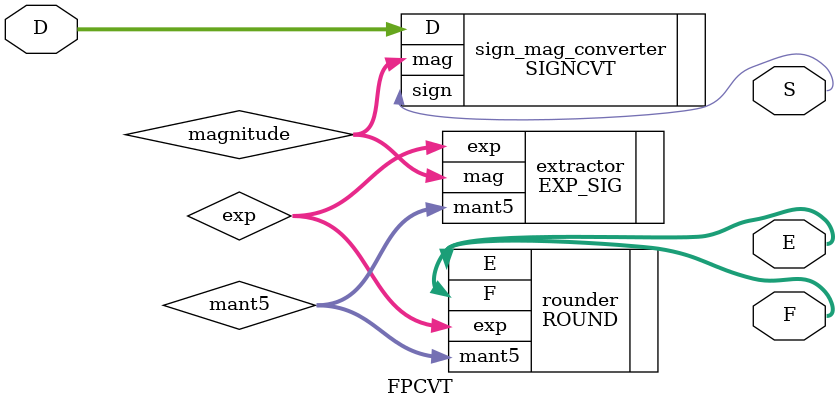
<source format=v>
`timescale 1ns / 1ps


module FPCVT(D, S, E, F
    );
    input [11:0] D;
    output S;
    output [2:0] E;
    output [3:0] F;
    
    wire [11:0] magnitude;
    wire [4:0] mant5;
    wire [2:0] exp;
    
    SIGNCVT sign_mag_converter(
        .D(D),
        .sign(S),
        .mag(magnitude)
    );
    
    EXP_SIG extractor(
        .mag(magnitude),
        .exp(exp),
        .mant5(mant5)
    );
    
    ROUND rounder(
        .mant5(mant5),
        .exp(exp),
        .E(E),
        .F(F)
    );
    
endmodule

</source>
